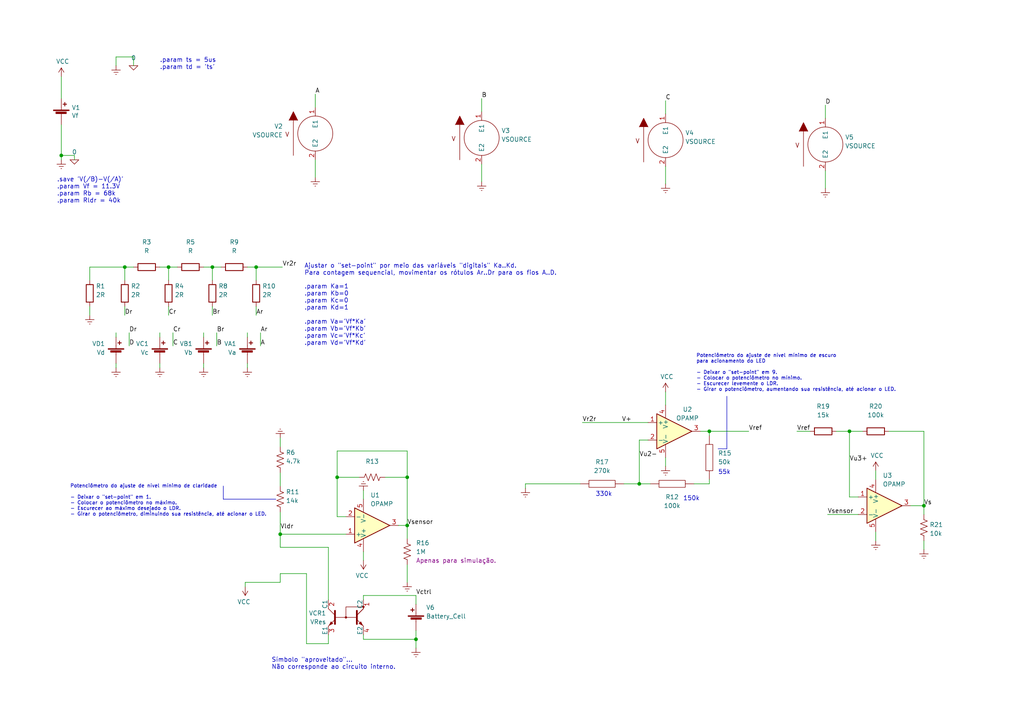
<source format=kicad_sch>
(kicad_sch (version 20230121) (generator eeschema)
  (paper "A4")
  (lib_symbols
    (symbol "Device:Battery_Cell" (pin_numbers hide) (pin_names (offset 0) hide)
      (property "Reference" "BT" (at 2.54 2.54 0))
      (property "Value" "Battery_Cell" (at 2.54 0 0))
      (symbol "Battery_Cell_0_1"
        (rectangle (start -2.286 1.778) (end 2.286 1.524) (fill (type outline)))
        (rectangle (start -1.5748 1.1938) (end 1.4732 0.6858) (fill (type outline)))
        (polyline (pts (xy 0 0.762) (xy 0 0)))
        (polyline (pts (xy 0 1.778) (xy 0 2.54)))
        (polyline (pts (xy 0.508 3.429) (xy 1.524 3.429)) (stroke (width 0.254)))
        (polyline (pts (xy 1.016 3.937) (xy 1.016 2.921)) (stroke (width 0.254)))
      )
      (symbol "Battery_Cell_1_1"
        (pin passive line (at 0 5.08 270) (length 2.54) (name "+") (number "1"))
        (pin passive line (at 0 -2.54 90) (length 2.54) (name "-") (number "2"))
      )
    )
    (symbol "Device:Q_Dual_NPN_C2C1E1E2" (pin_names (offset 0))
      (property "Reference" "Q" (at 7.62 1.27 0))
      (property "Value" "Q_Dual_NPN_C2C1E1E2" (at 7.62 -1.27 0))
      (symbol "Q_Dual_NPN_C2C1E1E2_0_1"
        (circle (center -5.08 3.048) (radius 0.254) (fill (type outline)))
        (polyline (pts (xy -5.08 -2.54) (xy -3.175 -0.635)))
        (polyline (pts (xy -5.08 2.54) (xy -3.175 0.635)))
        (polyline (pts (xy -5.08 2.54) (xy -3.175 0.635)))
        (polyline (pts (xy 3.175 0) (xy -3.175 0)))
        (polyline (pts (xy 5.08 -2.54) (xy 3.175 -0.635)))
        (polyline (pts (xy 5.08 2.54) (xy 3.175 0.635)))
        (polyline (pts (xy -3.175 -1.905) (xy -3.175 1.905) (xy -3.175 1.905)) (stroke (width 0.508)) (fill (type outline)))
        (polyline (pts (xy 0 0) (xy 0 3.048) (xy -5.08 3.048)))
        (polyline (pts (xy 3.175 -1.905) (xy 3.175 1.905) (xy 3.175 1.905)) (stroke (width 0.508)) (fill (type outline)))
        (polyline (pts (xy -3.81 -1.778) (xy -4.318 -1.27) (xy -4.826 -2.286) (xy -3.81 -1.778) (xy -3.81 -1.778)) (fill (type outline)))
        (polyline (pts (xy 3.81 -1.778) (xy 4.318 -1.27) (xy 4.826 -2.286) (xy 3.81 -1.778) (xy 3.81 -1.778)) (fill (type outline)))
        (circle (center 0 0) (radius 0.254) (fill (type outline)))
      )
      (symbol "Q_Dual_NPN_C2C1E1E2_1_1"
        (pin passive line (at -5.08 5.08 270) (length 2.54) (name "C2") (number "1"))
        (pin passive line (at 5.08 5.08 270) (length 2.54) (name "C1") (number "2"))
        (pin passive line (at 5.08 -5.08 90) (length 2.54) (name "E1") (number "3"))
        (pin passive line (at -5.08 -5.08 90) (length 2.54) (name "E2") (number "4"))
      )
    )
    (symbol "Device:R" (pin_numbers hide) (pin_names (offset 0))
      (property "Reference" "R" (at 2.032 0 90))
      (property "Value" "R" (at 0 0 90))
      (symbol "R_0_1"
        (rectangle (start -1.016 -2.54) (end 1.016 2.54) (stroke (width 0.254)))
      )
      (symbol "R_1_1"
        (pin passive line (at 0 3.81 270) (length 1.27) (name "~") (number "1"))
        (pin passive line (at 0 -3.81 90) (length 1.27) (name "~") (number "2"))
      )
    )
    (symbol "Device:R_US" (pin_numbers hide) (pin_names (offset 0))
      (property "Reference" "R" (at 2.54 0 90))
      (property "Value" "R_US" (at -2.54 0 90))
      (symbol "R_US_0_1"
        (polyline (pts (xy 0 -2.286) (xy 0 -2.54)))
        (polyline (pts (xy 0 2.286) (xy 0 2.54)))
        (polyline (pts (xy 0 -0.762) (xy 1.016 -1.143) (xy 0 -1.524) (xy -1.016 -1.905) (xy 0 -2.286)))
        (polyline (pts (xy 0 0.762) (xy 1.016 0.381) (xy 0 0) (xy -1.016 -0.381) (xy 0 -0.762)))
        (polyline (pts (xy 0 2.286) (xy 1.016 1.905) (xy 0 1.524) (xy -1.016 1.143) (xy 0 0.762)))
      )
      (symbol "R_US_1_1"
        (pin passive line (at 0 3.81 270) (length 1.27) (name "~") (number "1"))
        (pin passive line (at 0 -3.81 90) (length 1.27) (name "~") (number "2"))
      )
    )
    (symbol "Simulation_SPICE:OPAMP" (pin_names (offset 0.254))
      (property "Reference" "U" (at 3.81 3.175 0))
      (property "Value" "OPAMP" (at 3.81 -3.175 0))
      (symbol "OPAMP_0_1"
        (polyline (pts (xy 5.08 0) (xy -5.08 5.08) (xy -5.08 -5.08) (xy 5.08 0)) (stroke (width 0.254)) (fill (type background)))
      )
      (symbol "OPAMP_1_1"
        (pin input line (at -7.62 2.54 0) (length 2.54) (name "+") (number "1"))
        (pin input line (at -7.62 -2.54 0) (length 2.54) (name "-") (number "2"))
        (pin output line (at 7.62 0 180) (length 2.54) (name "~") (number "3"))
        (pin power_in line (at -2.54 7.62 270) (length 3.81) (name "V+") (number "4"))
        (pin power_in line (at -2.54 -7.62 90) (length 3.81) (name "V-") (number "5"))
      )
    )
    (symbol "power:Earth" (power) (pin_names (offset 0))
      (symbol "Earth_0_1"
        (polyline (pts (xy -0.635 -1.905) (xy 0.635 -1.905)))
        (polyline (pts (xy -0.127 -2.54) (xy 0.127 -2.54)))
        (polyline (pts (xy 0 -1.27) (xy 0 0)))
        (polyline (pts (xy 1.27 -1.27) (xy -1.27 -1.27)))
      )
      (symbol "Earth_1_1"
        (pin power_in line (at 0 0 270) (length 0) hide (name "Earth") (number "1"))
      )
    )
    (symbol "power:VCC" (power) (pin_names (offset 0))
      (property "Value" "VCC" (at 0 3.81 0))
      (symbol "VCC_0_1"
        (polyline (pts (xy -0.762 1.27) (xy 0 2.54)))
        (polyline (pts (xy 0 0) (xy 0 2.54)))
        (polyline (pts (xy 0 2.54) (xy 0.762 1.27)))
      )
      (symbol "VCC_1_1"
        (pin power_in line (at 0 0 90) (length 0) hide (name "VCC") (number "1"))
      )
    )
    (symbol "pspice:0" (power) (pin_names (offset 0))
      (property "Value" "0" (at 0 -1.778 0))
      (symbol "0_0_1"
        (polyline (pts (xy -1.27 0) (xy 0 -1.27) (xy 1.27 0) (xy -1.27 0)))
      )
      (symbol "0_1_1"
        (pin power_in line (at 0 0 0) (length 0) hide (name "0") (number "1"))
      )
    )
    (symbol "pspice:R" (pin_numbers hide) (pin_names (offset 0))
      (property "Reference" "R" (at 2.032 0 90))
      (property "Value" "R" (at 0 0 90))
      (symbol "R_0_1"
        (rectangle (start -1.016 3.81) (end 1.016 -3.81))
      )
      (symbol "R_1_1"
        (pin passive line (at 0 6.35 270) (length 2.54) (name "~") (number "1"))
        (pin passive line (at 0 -6.35 90) (length 2.54) (name "~") (number "2"))
      )
    )
    (symbol "pspice:VSOURCE" (pin_names (offset 1.016))
      (property "Reference" "V" (at -6.35 7.62 0))
      (property "Value" "VSOURCE" (at 0 0 0))
      (symbol "VSOURCE_0_1"
        (polyline (pts (xy -6.35 -6.35) (xy -6.35 3.81)) (fill (type outline)))
        (polyline (pts (xy -7.62 3.81) (xy -6.35 6.35) (xy -5.08 3.81)) (fill (type outline)))
        (circle (center 0 0) (radius 5.08))
        (text "V" (at -8.128 -0.254 0) (effects (font (size 1.27 1.27))))
      )
      (symbol "VSOURCE_1_1"
        (pin input line (at 0 7.62 270) (length 2.54) (name "E1") (number "1"))
        (pin input line (at 0 -7.62 90) (length 2.54) (name "E2") (number "2"))
      )
    )
  )
  (junction (at 118.11 152.4))
  (junction (at 120.65 185.42))
  (junction (at 36.195 77.47))
  (junction (at 61.595 77.47))
  (junction (at 246.38 125.095))
  (junction (at 267.97 146.685))
  (junction (at 74.295 77.47))
  (junction (at 118.11 138.43))
  (junction (at 17.78 45.085))
  (junction (at 97.79 138.43))
  (junction (at 185.42 140.335))
  (junction (at 48.895 77.47))
  (junction (at 81.28 154.94))
  (junction (at 205.74 125.095))
  (wire (pts (xy 254 154.305) (xy 254 156.845)))
  (wire (pts (xy 105.41 172.72) (xy 105.41 173.99)))
  (wire (pts (xy 115.57 152.4) (xy 118.11 152.4)))
  (wire (pts (xy 26.035 77.47) (xy 36.195 77.47)))
  (wire (pts (xy 193.04 113.665) (xy 193.04 117.475)))
  (wire (pts (xy 81.28 154.94) (xy 81.28 158.75)))
  (wire (pts (xy 62.865 100.33) (xy 62.865 96.52)))
  (wire (pts (xy 205.74 125.095) (xy 205.74 126.365)))
  (wire (pts (xy 59.055 77.47) (xy 61.595 77.47)))
  (wire (pts (xy 152.4 141.605) (xy 152.4 140.335)))
  (wire (pts (xy 120.65 185.42) (xy 105.41 185.42)))
  (wire (pts (xy 97.79 130.81) (xy 118.11 130.81)))
  (wire (pts (xy 33.655 105.41) (xy 33.655 106.68)))
  (wire (pts (xy 257.81 125.095) (xy 267.97 125.095)))
  (wire (pts (xy 105.41 142.24) (xy 105.41 144.78)))
  (wire (pts (xy 81.28 168.91) (xy 71.12 168.91)))
  (wire (pts (xy 48.895 88.9) (xy 48.895 91.44)))
  (wire (pts (xy 267.97 156.845) (xy 267.97 159.385)))
  (wire (pts (xy 50.165 100.33) (xy 50.165 96.52)))
  (wire (pts (xy 254 136.525) (xy 254 139.065)))
  (wire (pts (xy 21.59 45.085) (xy 21.59 46.355)))
  (wire (pts (xy 239.395 30.48) (xy 239.395 34.29)))
  (wire (pts (xy 71.755 77.47) (xy 74.295 77.47)))
  (wire (pts (xy 81.28 127) (xy 81.28 129.54)))
  (wire (pts (xy 26.035 91.44) (xy 26.035 88.9)))
  (wire (pts (xy 74.295 77.47) (xy 74.295 81.28)))
  (wire (pts (xy 61.595 77.47) (xy 64.135 77.47)))
  (wire (pts (xy 74.295 77.47) (xy 81.915 77.47)))
  (wire (pts (xy 59.055 96.52) (xy 59.055 97.79)))
  (wire (pts (xy 111.76 138.43) (xy 118.11 138.43)))
  (wire (pts (xy 118.11 163.83) (xy 118.11 168.91)))
  (wire (pts (xy 193.04 135.255) (xy 193.04 132.715)))
  (wire (pts (xy 240.03 149.225) (xy 248.92 149.225)))
  (wire (pts (xy 139.7 47.625) (xy 139.7 52.705)))
  (polyline (pts (xy 208.28 130.175) (xy 210.82 130.175)))
  (wire (pts (xy 59.055 105.41) (xy 59.055 106.68)))
  (wire (pts (xy 88.9 186.69) (xy 95.25 186.69)))
  (wire (pts (xy 71.755 105.41) (xy 71.755 106.68)))
  (wire (pts (xy 118.11 138.43) (xy 118.11 152.4)))
  (wire (pts (xy 205.74 125.095) (xy 217.17 125.095)))
  (wire (pts (xy 81.28 148.59) (xy 81.28 154.94)))
  (wire (pts (xy 75.565 96.52) (xy 75.565 100.33)))
  (wire (pts (xy 168.91 122.555) (xy 187.96 122.555)))
  (wire (pts (xy 33.655 96.52) (xy 33.655 97.79)))
  (wire (pts (xy 36.195 88.9) (xy 36.195 91.44)))
  (wire (pts (xy 74.295 88.9) (xy 74.295 91.44)))
  (wire (pts (xy 36.195 77.47) (xy 38.735 77.47)))
  (wire (pts (xy 239.395 49.53) (xy 239.395 54.61)))
  (wire (pts (xy 26.035 81.28) (xy 26.035 77.47)))
  (wire (pts (xy 246.38 125.095) (xy 250.19 125.095)))
  (polyline (pts (xy 210.82 114.935) (xy 210.82 130.175)))
  (wire (pts (xy 71.755 96.52) (xy 71.755 97.79)))
  (wire (pts (xy 120.65 182.88) (xy 120.65 185.42)))
  (wire (pts (xy 38.735 16.51) (xy 38.735 19.05)))
  (wire (pts (xy 17.78 45.085) (xy 21.59 45.085)))
  (wire (pts (xy 231.14 125.095) (xy 234.95 125.095)))
  (wire (pts (xy 48.895 81.28) (xy 48.895 77.47)))
  (wire (pts (xy 81.28 158.75) (xy 95.25 158.75)))
  (wire (pts (xy 88.9 166.37) (xy 88.9 186.69)))
  (wire (pts (xy 118.11 130.81) (xy 118.11 138.43)))
  (wire (pts (xy 193.04 29.21) (xy 193.04 33.02)))
  (wire (pts (xy 81.28 166.37) (xy 81.28 168.91)))
  (wire (pts (xy 185.42 140.335) (xy 185.42 127.635)))
  (wire (pts (xy 46.355 96.52) (xy 46.355 97.79)))
  (wire (pts (xy 152.4 140.335) (xy 168.275 140.335)))
  (wire (pts (xy 61.595 88.9) (xy 61.595 91.44)))
  (wire (pts (xy 104.14 138.43) (xy 97.79 138.43)))
  (wire (pts (xy 246.38 144.145) (xy 246.38 125.095)))
  (wire (pts (xy 120.65 175.26) (xy 120.65 172.72)))
  (wire (pts (xy 33.655 19.05) (xy 33.655 16.51)))
  (wire (pts (xy 97.79 149.86) (xy 100.33 149.86)))
  (wire (pts (xy 81.28 137.16) (xy 81.28 140.97)))
  (wire (pts (xy 17.78 46.355) (xy 17.78 45.085)))
  (wire (pts (xy 91.44 27.305) (xy 91.44 31.115)))
  (wire (pts (xy 203.2 125.095) (xy 205.74 125.095)))
  (wire (pts (xy 180.975 140.335) (xy 185.42 140.335)))
  (wire (pts (xy 33.655 16.51) (xy 38.735 16.51)))
  (wire (pts (xy 81.28 154.94) (xy 100.33 154.94)))
  (wire (pts (xy 95.25 158.75) (xy 95.25 173.99)))
  (wire (pts (xy 242.57 125.095) (xy 246.38 125.095)))
  (wire (pts (xy 17.78 36.195) (xy 17.78 45.085)))
  (wire (pts (xy 105.41 185.42) (xy 105.41 184.15)))
  (polyline (pts (xy 64.77 140.97) (xy 64.77 144.78)))
  (wire (pts (xy 120.65 172.72) (xy 105.41 172.72)))
  (wire (pts (xy 71.12 170.18) (xy 71.12 168.91)))
  (wire (pts (xy 193.04 48.26) (xy 193.04 53.34)))
  (wire (pts (xy 37.465 100.33) (xy 37.465 96.52)))
  (wire (pts (xy 185.42 140.335) (xy 188.595 140.335)))
  (wire (pts (xy 97.79 138.43) (xy 97.79 130.81)))
  (wire (pts (xy 205.74 139.065) (xy 205.74 140.335)))
  (wire (pts (xy 105.41 160.02) (xy 105.41 162.56)))
  (wire (pts (xy 120.65 185.42) (xy 120.65 187.96)))
  (wire (pts (xy 139.7 28.575) (xy 139.7 32.385)))
  (wire (pts (xy 46.355 105.41) (xy 46.355 106.68)))
  (wire (pts (xy 97.79 138.43) (xy 97.79 149.86)))
  (wire (pts (xy 81.28 166.37) (xy 88.9 166.37)))
  (wire (pts (xy 95.25 184.15) (xy 95.25 186.69)))
  (wire (pts (xy 91.44 46.355) (xy 91.44 51.435)))
  (wire (pts (xy 267.97 125.095) (xy 267.97 146.685)))
  (polyline (pts (xy 80.01 144.78) (xy 64.77 144.78)))
  (wire (pts (xy 36.195 81.28) (xy 36.195 77.47)))
  (wire (pts (xy 46.355 77.47) (xy 48.895 77.47)))
  (wire (pts (xy 185.42 127.635) (xy 187.96 127.635)))
  (wire (pts (xy 201.295 140.335) (xy 205.74 140.335)))
  (wire (pts (xy 248.92 144.145) (xy 246.38 144.145)))
  (wire (pts (xy 264.16 146.685) (xy 267.97 146.685)))
  (wire (pts (xy 48.895 77.47) (xy 51.435 77.47)))
  (wire (pts (xy 61.595 81.28) (xy 61.595 77.47)))
  (wire (pts (xy 118.11 152.4) (xy 118.11 156.21)))
  (wire (pts (xy 267.97 146.685) (xy 267.97 149.225)))
  (wire (pts (xy 17.78 28.575) (xy 17.78 22.225)))
  (text "Símbolo \"aproveitado\"...\nNão corresponde ao circuito interno." (at 78.74 194.31 0) (effects (font (size 1.27 1.27)) (justify left bottom)))
  (text "Potenciômetro do ajuste de nível mínimo de escuro\npara acionamento do LED\n\n- Deixar o \"set-point\" em 9.\n- Colocar o potenciômetro no mínimo.\n- Escurecer levemente o LDR.\n- Girar o potenciômetro, aumentando sua resistência, até acionar o LED." (at 201.93 113.665 0) (effects (font (size 1.016 1.016)) (justify left bottom)))
  (text ".param Ka=1\n.param Kb=0\n.param Kc=0\n.param Kd=1\n\n.param Va='Vf*Ka'\n.param Vb='Vf*Kb'\n.param Vc='Vf*Kc'\n.param Vd='Vf*Kd'" (at 88.265 100.33 0) (effects (font (size 1.27 1.27)) (justify left bottom)))
  (text ".save 'V(/B)-V(/A)'\n.param Vf = 11.3V\n.param Rb = 68k\n.param Rldr = 40k" (at 16.51 59.055 0) (effects (font (size 1.27 1.27)) (justify left bottom)))
  (text "150k" (at 198.12 145.415 0) (effects (font (size 1.27 1.27)) (justify left bottom)))
  (text ".param ts = 5us\n.param td = 'ts'" (at 46.355 20.32 0) (effects (font (size 1.27 1.27)) (justify left bottom)))
  (text "330k" (at 172.72 144.145 0) (effects (font (size 1.27 1.27)) (justify left bottom)))
  (text "Potenciômetro do ajuste de nível mínimo de claridade\n\n- Deixar o \"set-point\" em 1.\n- Colocar o potenciômetro no máximo.\n- Escurecer ao máximo desejado o LDR.\n- Girar o potenciômetro, diminuindo sua resistência, até acionar o LED." (at 20.32 149.86 0) (effects (font (size 1.016 1.016)) (justify left bottom)))
  (text "Ajustar o \"set-point\" por meio das variáveis \"digitais\" Ka..Kd.\nPara contagem sequencial, movimentar os rótulos Ar..Dr para os fios A..D." (at 88.265 80.01 0) (effects (font (size 1.27 1.27)) (justify left bottom)))
  (text "55k" (at 208.28 137.795 0) (effects (font (size 1.27 1.27)) (justify left bottom)))
  (label "Ar" (at 75.565 96.52 0))
  (label "A" (at 75.565 100.33 0))
  (label "V+" (at 180.34 122.555 0))
  (label "Vsensor" (at 240.03 149.225 0))
  (label "Vldr" (at 81.28 153.67 0))
  (label "D" (at 239.395 30.48 0))
  (label "Vu3+" (at 246.38 133.985 0))
  (label "Vsensor" (at 118.11 152.4 0))
  (label "Br" (at 62.865 96.52 0))
  (label "Vu2-" (at 185.42 132.715 0))
  (label "C" (at 50.165 100.33 0))
  (label "Ar" (at 74.295 91.44 0))
  (label "Vref" (at 217.17 125.095 0))
  (label "Cr" (at 48.895 91.44 0))
  (label "Dr" (at 36.195 91.44 0))
  (label "C" (at 193.04 29.21 0))
  (label "Vr2r" (at 168.91 122.555 0))
  (label "Vref" (at 231.14 125.095 0))
  (label "A" (at 91.44 27.305 0))
  (label "Vs" (at 267.97 146.685 0))
  (label "Vctrl" (at 120.65 172.72 0))
  (label "Vr2r" (at 81.915 77.47 0))
  (label "Br" (at 61.595 91.44 0))
  (label "D" (at 37.465 100.33 0))
  (label "Dr" (at 37.465 96.52 0))
  (label "B" (at 62.865 100.33 0))
  (label "B" (at 139.7 28.575 0))
  (label "Cr" (at 50.165 96.52 0))
  (symbol (lib_id "pspice:VSOURCE") (at 91.44 38.735 0) (unit 1)
    (property "Reference" "V2" (at 82.0533 36.6319 0) (effects (justify right)))
    (property "Value" "VSOURCE" (at 82.0533 39.1688 0) (effects (justify right)))
    (property "Sim.Device" "SPICE" (effects hide))
    (property "Sim.Params" "type=\"V\" model=\"dc Vf pwl(0 0 50m 0 '50m+ts' Vf 62.5m Vf '62.5m+td' 0 r =0)\" lib=\"\"" (effects hide))
    (property "Sim.Pins" "1=1 2=2" (effects hide))
  )
  (symbol (lib_id "pspice:0") (at 38.735 19.05 0) (unit 1)
    (property "Reference" "#GND02" (effects hide))
    (property "Value" "0" (at 38.735 16.7894 0))
  )
  (symbol (lib_id "power:Earth") (at 33.655 19.05 0) (unit 1)
    (property "Reference" "#PWR05" (effects hide))
    (property "Value" "Earth" (effects hide))
  )
  (symbol (lib_id "power:Earth") (at 91.44 51.435 0) (unit 1)
    (property "Reference" "#PWR06" (effects hide))
    (property "Value" "Earth" (effects hide))
  )
  (symbol (lib_id "power:Earth") (at 193.04 135.255 0) (unit 1)
    (property "Reference" "#PWR026" (effects hide))
    (property "Value" "Earth" (effects hide))
  )
  (symbol (lib_id "Device:R") (at 42.545 77.47 270) (unit 1)
    (property "Reference" "R3" (at 42.545 70.2174 90))
    (property "Value" "R" (at 42.545 72.7543 90))
    (property "Sim.Device" "SPICE" (effects hide))
    (property "Sim.Params" "type=\"R\" model=\"11k\" lib=\"\"" (effects hide))
    (property "Sim.Pins" "1=1 2=2" (effects hide))
  )
  (symbol (lib_id "Device:R") (at 26.035 85.09 0) (unit 1)
    (property "Reference" "R1" (at 27.813 82.9869 0) (effects (justify left)))
    (property "Value" "2R" (at 27.813 85.5238 0) (effects (justify left)))
    (property "Sim.Device" "SPICE" (effects hide))
    (property "Sim.Params" "type=\"R\" model=\"22k\" lib=\"\"" (effects hide))
    (property "Sim.Pins" "1=1 2=2" (effects hide))
  )
  (symbol (lib_id "power:Earth") (at 26.035 91.44 0) (unit 1)
    (property "Reference" "#PWR01" (effects hide))
    (property "Value" "Earth" (effects hide))
  )
  (symbol (lib_id "pspice:VSOURCE") (at 139.7 40.005 0) (unit 1)
    (property "Reference" "V3" (at 145.415 37.9019 0) (effects (justify left)))
    (property "Value" "VSOURCE" (at 145.415 40.4388 0) (effects (justify left)))
    (property "Sim.Device" "SPICE" (effects hide))
    (property "Sim.Params" "type=\"V\" model=\"dc Vf pwl(0 0 25m 0 '25m+ts' Vf 50m Vf  '50m+td' 0 62.5m 0 r=0)\" lib=\"\"" (effects hide))
    (property "Sim.Pins" "1=1 2=2" (effects hide))
  )
  (symbol (lib_id "power:Earth") (at 139.7 52.705 0) (unit 1)
    (property "Reference" "#PWR011" (effects hide))
    (property "Value" "Earth" (effects hide))
  )
  (symbol (lib_id "pspice:VSOURCE") (at 193.04 40.64 0) (unit 1)
    (property "Reference" "V4" (at 198.755 38.5369 0) (effects (justify left)))
    (property "Value" "VSOURCE" (at 198.755 41.0738 0) (effects (justify left)))
    (property "Sim.Device" "SPICE" (effects hide))
    (property "Sim.Params" "type=\"V\" model=\"dc Vf pwl(0 0 12.5m 0 '12.5m+ts' Vf 25m Vf '25m+td' 0 37.5m 0 '37.5m+ts' Vf 50m Vf '50m+td' 0 62.5m 0 r =0)\" lib=\"\"" (effects hide))
    (property "Sim.Pins" "1=1 2=2" (effects hide))
  )
  (symbol (lib_id "power:Earth") (at 193.04 53.34 0) (unit 1)
    (property "Reference" "#PWR017" (effects hide))
    (property "Value" "Earth" (effects hide))
  )
  (symbol (lib_id "pspice:VSOURCE") (at 239.395 41.91 0) (unit 1)
    (property "Reference" "V5" (at 245.1099 39.8069 0) (effects (justify left)))
    (property "Value" "VSOURCE" (at 245.1099 42.3438 0) (effects (justify left)))
    (property "Sim.Device" "SPICE" (effects hide))
    (property "Sim.Params" "type=\"V\" model=\"dc Vf pulse(0 Vf 6.25m ts td 6.25m 12.5m)\" lib=\"\"" (effects hide))
    (property "Sim.Pins" "1=1 2=2" (effects hide))
  )
  (symbol (lib_id "power:Earth") (at 239.395 54.61 0) (unit 1)
    (property "Reference" "#PWR022" (effects hide))
    (property "Value" "Earth" (effects hide))
  )
  (symbol (lib_id "Device:Battery_Cell") (at 59.055 102.87 0) (unit 1)
    (property "Reference" "VB1" (at 55.88 99.695 0) (effects (justify right)))
    (property "Value" "Vb" (at 55.88 102.235 0) (effects (justify right)))
    (property "Sim.Device" "V" (effects hide))
    (property "Sim.Type" "DC" (effects hide))
    (property "Sim.Pins" "1=+ 2=-" (effects hide))
    (property "Sim.Params" "dc=Vb ac=Vb ph=0" (effects hide))
  )
  (symbol (lib_id "Device:Battery_Cell") (at 120.65 180.34 0) (mirror y) (unit 1)
    (property "Reference" "V6" (at 123.571 176.2049 0) (effects (justify right)))
    (property "Value" "Battery_Cell" (at 123.571 178.7418 0) (effects (justify right)))
    (property "Sim.Device" "SPICE" (effects hide))
    (property "Sim.Params" "type=\"V\" model=\"dc 500m pulse(0 20 0 40m 40m 10m 100m)\" lib=\"\"" (effects hide))
    (property "Sim.Pins" "1=1 2=2" (effects hide))
  )
  (symbol (lib_id "Device:Q_Dual_NPN_C2C1E1E2") (at 100.33 179.07 0) (mirror y) (unit 1)
    (property "Reference" "VCR1" (at 94.615 177.8543 0) (effects (justify left)))
    (property "Value" "VRes" (at 94.615 180.3912 0) (effects (justify left)))
    (property "Sim.Library" "vres.lib" (effects hide))
    (property "Sim.Name" "VC_RES1_10K" (effects hide))
    (property "Sim.Pins" "1=4 2=2 3=1 4=5" (effects hide))
    (property "Sim.Device" "SUBCKT" (effects hide))
  )
  (symbol (lib_id "power:VCC") (at 17.78 22.225 0) (unit 1)
    (property "Reference" "#PWR02" (effects hide))
    (property "Value" "VCC" (at 18.161 17.8308 0))
  )
  (symbol (lib_id "Device:R") (at 67.945 77.47 270) (unit 1)
    (property "Reference" "R9" (at 67.945 70.2174 90))
    (property "Value" "R" (at 67.945 72.7543 90))
    (property "Sim.Device" "SPICE" (effects hide))
    (property "Sim.Params" "type=\"R\" model=\"11k\" lib=\"\"" (effects hide))
    (property "Sim.Pins" "1=1 2=2" (effects hide))
  )
  (symbol (lib_id "Device:R") (at 48.895 85.09 0) (unit 1)
    (property "Reference" "R4" (at 50.673 82.9869 0) (effects (justify left)))
    (property "Value" "2R" (at 50.673 85.5238 0) (effects (justify left)))
    (property "Sim.Device" "SPICE" (effects hide))
    (property "Sim.Params" "type=\"R\" model=\"22k\" lib=\"\"" (effects hide))
    (property "Sim.Pins" "1=1 2=2" (effects hide))
  )
  (symbol (lib_id "power:VCC") (at 254 136.525 0) (unit 1)
    (property "Reference" "#PWR028" (effects hide))
    (property "Value" "VCC" (at 254.381 132.1308 0))
  )
  (symbol (lib_id "power:Earth") (at 33.655 106.68 0) (unit 1)
    (property "Reference" "#PWR04" (effects hide))
    (property "Value" "Earth" (effects hide))
  )
  (symbol (lib_id "Device:R") (at 36.195 85.09 0) (unit 1)
    (property "Reference" "R2" (at 37.973 82.9869 0) (effects (justify left)))
    (property "Value" "2R" (at 37.973 85.5238 0) (effects (justify left)))
    (property "Sim.Device" "SPICE" (effects hide))
    (property "Sim.Params" "type=\"R\" model=\"22k\" lib=\"\"" (effects hide))
    (property "Sim.Pins" "1=1 2=2" (effects hide))
  )
  (symbol (lib_id "Device:R_US") (at 107.95 138.43 90) (unit 1)
    (property "Reference" "R13" (at 107.95 133.8412 90))
    (property "Value" "1M" (effects hide))
    (property "Sim.Device" "SPICE" (effects hide))
    (property "Sim.Params" "type=\"R\" model=\"10k\" lib=\"\"" (effects hide))
    (property "Sim.Pins" "1=1 2=2" (effects hide))
  )
  (symbol (lib_id "Device:R_US") (at 267.97 153.035 180) (unit 1)
    (property "Reference" "R21" (at 269.621 152.2003 0) (effects (justify right)))
    (property "Value" "10k" (at 269.621 154.7372 0) (effects (justify right)))
    (property "Sim.Device" "SPICE" (effects hide))
    (property "Sim.Params" "type=\"R\" model=\"1M\" lib=\"\"" (effects hide))
    (property "Sim.Pins" "1=1 2=2" (effects hide))
  )
  (symbol (lib_id "Device:R_US") (at 81.28 144.78 0) (unit 1)
    (property "Reference" "R11" (at 82.931 142.6769 0) (effects (justify left)))
    (property "Value" "14k" (at 82.931 145.2138 0) (effects (justify left)))
    (property "Sim.Device" "R" (effects hide))
    (property "Sim.Pins" "1=+ 2=-" (effects hide))
  )
  (symbol (lib_id "power:VCC") (at 105.41 162.56 180) (unit 1)
    (property "Reference" "#PWR021" (effects hide))
    (property "Value" "VCC" (at 105.029 166.9542 0))
  )
  (symbol (lib_id "Device:Battery_Cell") (at 71.755 102.87 0) (unit 1)
    (property "Reference" "VA1" (at 68.58 99.695 0) (effects (justify right)))
    (property "Value" "Va" (at 68.58 102.235 0) (effects (justify right)))
    (property "Sim.Device" "V" (effects hide))
    (property "Sim.Type" "DC" (effects hide))
    (property "Sim.Pins" "1=+ 2=-" (effects hide))
    (property "Sim.Params" "dc=Va ac=Va ph=0" (effects hide))
  )
  (symbol (lib_id "Device:R") (at 55.245 77.47 270) (unit 1)
    (property "Reference" "R5" (at 55.245 70.2174 90))
    (property "Value" "R" (at 55.245 72.7543 90))
    (property "Sim.Device" "SPICE" (effects hide))
    (property "Sim.Params" "type=\"R\" model=\"11k\" lib=\"\"" (effects hide))
    (property "Sim.Pins" "1=1 2=2" (effects hide))
  )
  (symbol (lib_id "power:VCC") (at 193.04 113.665 0) (unit 1)
    (property "Reference" "#PWR025" (effects hide))
    (property "Value" "VCC" (at 193.421 109.2708 0))
  )
  (symbol (lib_id "Device:R") (at 74.295 85.09 0) (unit 1)
    (property "Reference" "R10" (at 76.073 82.9869 0) (effects (justify left)))
    (property "Value" "2R" (at 76.073 85.5238 0) (effects (justify left)))
    (property "Sim.Device" "SPICE" (effects hide))
    (property "Sim.Params" "type=\"R\" model=\"22k\" lib=\"\"" (effects hide))
    (property "Sim.Pins" "1=1 2=2" (effects hide))
  )
  (symbol (lib_id "power:Earth") (at 120.65 187.96 0) (mirror y) (unit 1)
    (property "Reference" "#PWR024" (effects hide))
    (property "Value" "Earth" (effects hide))
  )
  (symbol (lib_id "power:Earth") (at 71.755 106.68 0) (unit 1)
    (property "Reference" "#PWR019" (effects hide))
    (property "Value" "Earth" (effects hide))
  )
  (symbol (lib_id "Device:R") (at 238.76 125.095 90) (unit 1)
    (property "Reference" "R19" (at 238.76 117.8424 90))
    (property "Value" "15k" (at 238.76 120.3793 90))
    (property "Sim.Device" "R" (effects hide))
    (property "Sim.Pins" "1=+ 2=-" (effects hide))
  )
  (symbol (lib_id "power:Earth") (at 17.78 46.355 0) (unit 1)
    (property "Reference" "#PWR03" (effects hide))
    (property "Value" "Earth" (effects hide))
  )
  (symbol (lib_id "power:Earth") (at 59.055 106.68 0) (unit 1)
    (property "Reference" "#PWR010" (effects hide))
    (property "Value" "Earth" (effects hide))
  )
  (symbol (lib_id "Device:R") (at 61.595 85.09 0) (unit 1)
    (property "Reference" "R8" (at 63.373 82.9869 0) (effects (justify left)))
    (property "Value" "2R" (at 63.373 85.5238 0) (effects (justify left)))
    (property "Sim.Device" "SPICE" (effects hide))
    (property "Sim.Params" "type=\"R\" model=\"22k\" lib=\"\"" (effects hide))
    (property "Sim.Pins" "1=1 2=2" (effects hide))
  )
  (symbol (lib_id "pspice:R") (at 194.945 140.335 270) (unit 1)
    (property "Reference" "R12" (at 194.945 144.145 90))
    (property "Value" "100k" (at 194.945 146.685 90))
    (property "Sim.Device" "R" (effects hide))
    (property "Sim.Pins" "1=+ 2=-" (effects hide))
  )
  (symbol (lib_id "power:Earth") (at 254 156.845 0) (mirror y) (unit 1)
    (property "Reference" "#PWR029" (effects hide))
    (property "Value" "Earth" (effects hide))
  )
  (symbol (lib_id "pspice:R") (at 174.625 140.335 270) (unit 1)
    (property "Reference" "R17" (at 174.625 133.985 90))
    (property "Value" "270k" (at 174.625 136.525 90))
    (property "Sim.Device" "R" (effects hide))
    (property "Sim.Pins" "1=+ 2=-" (effects hide))
  )
  (symbol (lib_id "Simulation_SPICE:OPAMP") (at 107.95 152.4 0) (mirror x) (unit 1)
    (property "Reference" "U1" (at 107.4294 143.6202 0) (effects (justify left)))
    (property "Value" "OPAMP" (at 107.4294 146.1571 0) (effects (justify left)))
    (property "Sim.Library" "/home/mpt/Documentos/Projetos/kicad-libraries/kicad-spice-library/Models/uncategorized/spice_complete/NATBJT.LIB" (effects hide))
    (property "Sim.Name" "LM324N" (effects hide))
    (property "Sim.Pins" "1=1 2=2 4=3 5=4 3=5" (effects hide))
  )
  (symbol (lib_id "Device:Battery_Cell") (at 46.355 102.87 0) (unit 1)
    (property "Reference" "VC1" (at 43.18 99.695 0) (effects (justify right)))
    (property "Value" "Vc" (at 43.18 102.235 0) (effects (justify right)))
    (property "Sim.Device" "V" (effects hide))
    (property "Sim.Type" "DC" (effects hide))
    (property "Sim.Pins" "1=+ 2=-" (effects hide))
    (property "Sim.Params" "dc=Vc ac=Vc ph=0" (effects hide))
  )
  (symbol (lib_id "Device:R_US") (at 81.28 133.35 0) (unit 1)
    (property "Reference" "R6" (at 82.931 131.2469 0) (effects (justify left)))
    (property "Value" "4.7k" (at 82.931 133.7838 0) (effects (justify left)))
    (property "Sim.Device" "R" (effects hide))
    (property "Sim.Pins" "1=+ 2=-" (effects hide))
  )
  (symbol (lib_id "power:VCC") (at 71.12 170.18 180) (unit 1)
    (property "Reference" "#PWR013" (effects hide))
    (property "Value" "VCC" (at 70.739 174.5742 0))
  )
  (symbol (lib_id "pspice:0") (at 21.59 46.355 0) (unit 1)
    (property "Reference" "#GND01" (effects hide))
    (property "Value" "0" (at 21.59 44.0944 0))
  )
  (symbol (lib_id "Simulation_SPICE:OPAMP") (at 195.58 125.095 0) (unit 1)
    (property "Reference" "U2" (at 199.39 118.745 0))
    (property "Value" "OPAMP" (at 199.39 121.285 0))
    (property "Sim.Library" "/home/mpt/Documentos/Projetos/kicad-libraries/kicad-spice-library/Models/uncategorized/spice_complete/NATBJT.LIB" (effects hide))
    (property "Sim.Name" "LM324N" (effects hide))
    (property "Sim.Pins" "1=1 2=2 4=3 5=4 3=5" (effects hide))
  )
  (symbol (lib_id "pspice:R") (at 205.74 132.715 0) (unit 1)
    (property "Reference" "R15" (at 208.28 131.445 0) (effects (justify left)))
    (property "Value" "50k" (at 208.28 133.985 0) (effects (justify left)))
    (property "Sim.Device" "R" (effects hide))
    (property "Sim.Pins" "1=+ 2=-" (effects hide))
  )
  (symbol (lib_id "Device:Battery_Cell") (at 17.78 33.655 0) (unit 1)
    (property "Reference" "V1" (at 20.7772 31.2166 0) (effects (justify left)))
    (property "Value" "Vf" (at 20.7772 33.528 0) (effects (justify left)))
    (property "Sim.Device" "V" (effects hide))
    (property "Sim.Type" "DC" (effects hide))
    (property "Sim.Pins" "1=+ 2=-" (effects hide))
  )
  (symbol (lib_id "Device:Battery_Cell") (at 33.655 102.87 0) (unit 1)
    (property "Reference" "VD1" (at 30.48 99.695 0) (effects (justify right)))
    (property "Value" "Vd" (at 30.48 102.235 0) (effects (justify right)))
    (property "Sim.Device" "V" (effects hide))
    (property "Sim.Type" "DC" (effects hide))
    (property "Sim.Pins" "1=+ 2=-" (effects hide))
    (property "Sim.Params" "dc=Vd ac=Vd ph=0" (effects hide))
  )
  (symbol (lib_id "power:Earth") (at 118.11 168.91 0) (unit 1)
    (property "Reference" "#PWR023" (effects hide))
    (property "Value" "Earth" (effects hide))
  )
  (symbol (lib_id "power:Earth") (at 81.28 127 180) (unit 1)
    (property "Reference" "#PWR014" (effects hide))
    (property "Value" "Earth" (effects hide))
  )
  (symbol (lib_id "Device:R") (at 254 125.095 90) (unit 1)
    (property "Reference" "R20" (at 254 117.8424 90))
    (property "Value" "100k" (at 254 120.3793 90))
    (property "Sim.Device" "R" (effects hide))
    (property "Sim.Pins" "1=+ 2=-" (effects hide))
  )
  (symbol (lib_id "power:Earth") (at 152.4 141.605 0) (unit 1)
    (property "Reference" "#PWR018" (effects hide))
    (property "Value" "Earth" (effects hide))
  )
  (symbol (lib_id "Device:R_US") (at 118.11 160.02 180) (unit 1)
    (property "Reference" "R16" (at 120.65 157.48 0) (effects (justify right)))
    (property "Value" "1M" (at 120.65 160.02 0) (effects (justify right)))
    (property "Sim.Device" "SPICE" (effects hide))
    (property "Sim.Params" "type=\"R\" model=\"1M\" lib=\"\"" (effects hide))
    (property "Sim.Pins" "1=1 2=2" (effects hide))
    (property "Observação" "Apenas para simulação." (at 120.65 162.56 0) (effects (justify right)))
  )
  (symbol (lib_id "power:Earth") (at 105.41 142.24 180) (unit 1)
    (property "Reference" "#PWR020" (effects hide))
    (property "Value" "Earth" (effects hide))
  )
  (symbol (lib_id "power:Earth") (at 267.97 159.385 0) (unit 1)
    (property "Reference" "#PWR030" (effects hide))
    (property "Value" "Earth" (effects hide))
  )
  (symbol (lib_id "power:Earth") (at 46.355 106.68 0) (unit 1)
    (property "Reference" "#PWR08" (effects hide))
    (property "Value" "Earth" (effects hide))
  )
  (symbol (lib_id "Simulation_SPICE:OPAMP") (at 256.54 146.685 0) (unit 1)
    (property "Reference" "U3" (at 256.0194 137.9052 0) (effects (justify left)))
    (property "Value" "OPAMP" (at 256.0194 140.4421 0) (effects (justify left)))
    (property "Sim.Library" "/home/mpt/Documentos/Projetos/kicad-libraries/kicad-spice-library/Models/uncategorized/spice_complete/NATBJT.LIB" (effects hide))
    (property "Sim.Name" "LM324N" (effects hide))
    (property "Sim.Pins" "1=1 2=2 4=3 5=4 3=5" (effects hide))
  )
)
</source>
